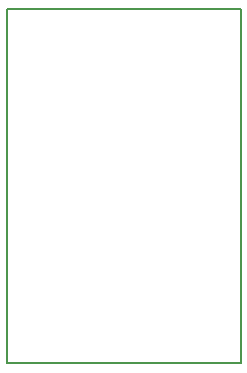
<source format=gbr>
%TF.GenerationSoftware,KiCad,Pcbnew,7.0.5.1-1-g8f565ef7f0-dirty-deb11*%
%TF.CreationDate,2023-07-09T08:36:38+00:00*%
%TF.ProjectId,FRAM01,4652414d-3031-42e6-9b69-6361645f7063,rev?*%
%TF.SameCoordinates,Original*%
%TF.FileFunction,Profile,NP*%
%FSLAX46Y46*%
G04 Gerber Fmt 4.6, Leading zero omitted, Abs format (unit mm)*
G04 Created by KiCad (PCBNEW 7.0.5.1-1-g8f565ef7f0-dirty-deb11) date 2023-07-09 08:36:38*
%MOMM*%
%LPD*%
G01*
G04 APERTURE LIST*
%TA.AperFunction,Profile*%
%ADD10C,0.127000*%
%TD*%
G04 APERTURE END LIST*
D10*
X152146000Y-101346000D02*
X132334000Y-101346000D01*
X132334000Y-71374000D02*
X132334000Y-101346000D01*
X152146000Y-71374000D02*
X152146000Y-101346000D01*
X132334000Y-71374000D02*
X152146000Y-71374000D01*
M02*

</source>
